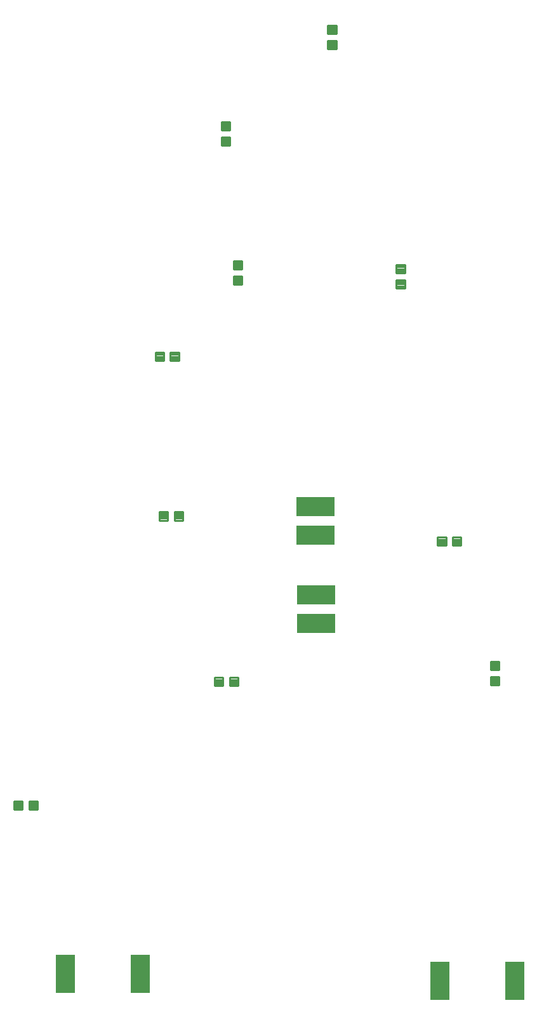
<source format=gbr>
G04 EAGLE Gerber RS-274X export*
G75*
%MOMM*%
%FSLAX34Y34*%
%LPD*%
%INSolderpaste Bottom*%
%IPPOS*%
%AMOC8*
5,1,8,0,0,1.08239X$1,22.5*%
G01*
%ADD10R,2.540000X5.080000*%
%ADD11R,5.080000X2.540000*%
%ADD12C,0.280000*%


D10*
X624530Y36210D03*
X724530Y36210D03*
X224530Y45410D03*
X124530Y45410D03*
D11*
X458460Y630330D03*
X458460Y668430D03*
X459730Y512690D03*
X459730Y550790D03*
D12*
X335100Y429600D02*
X323900Y429600D01*
X323900Y440800D01*
X335100Y440800D01*
X335100Y429600D01*
X335100Y432260D02*
X323900Y432260D01*
X323900Y434920D02*
X335100Y434920D01*
X335100Y437580D02*
X323900Y437580D01*
X323900Y440240D02*
X335100Y440240D01*
X344090Y429600D02*
X355290Y429600D01*
X344090Y429600D02*
X344090Y440800D01*
X355290Y440800D01*
X355290Y429600D01*
X355290Y432260D02*
X344090Y432260D01*
X344090Y434920D02*
X355290Y434920D01*
X355290Y437580D02*
X344090Y437580D01*
X344090Y440240D02*
X355290Y440240D01*
X256000Y863200D02*
X244800Y863200D01*
X244800Y874400D01*
X256000Y874400D01*
X256000Y863200D01*
X256000Y865860D02*
X244800Y865860D01*
X244800Y868520D02*
X256000Y868520D01*
X256000Y871180D02*
X244800Y871180D01*
X244800Y873840D02*
X256000Y873840D01*
X264990Y863200D02*
X276190Y863200D01*
X264990Y863200D02*
X264990Y874400D01*
X276190Y874400D01*
X276190Y863200D01*
X276190Y865860D02*
X264990Y865860D01*
X264990Y868520D02*
X276190Y868520D01*
X276190Y871180D02*
X264990Y871180D01*
X264990Y873840D02*
X276190Y873840D01*
X261300Y650000D02*
X250100Y650000D01*
X250100Y661200D01*
X261300Y661200D01*
X261300Y650000D01*
X261300Y652660D02*
X250100Y652660D01*
X250100Y655320D02*
X261300Y655320D01*
X261300Y657980D02*
X250100Y657980D01*
X250100Y660640D02*
X261300Y660640D01*
X270290Y650000D02*
X281490Y650000D01*
X270290Y650000D02*
X270290Y661200D01*
X281490Y661200D01*
X281490Y650000D01*
X281490Y652660D02*
X270290Y652660D01*
X270290Y655320D02*
X281490Y655320D01*
X281490Y657980D02*
X270290Y657980D01*
X270290Y660640D02*
X281490Y660640D01*
X349300Y984600D02*
X349300Y995800D01*
X360500Y995800D01*
X360500Y984600D01*
X349300Y984600D01*
X349300Y987260D02*
X360500Y987260D01*
X360500Y989920D02*
X349300Y989920D01*
X349300Y992580D02*
X360500Y992580D01*
X360500Y995240D02*
X349300Y995240D01*
X349300Y975610D02*
X349300Y964410D01*
X349300Y975610D02*
X360500Y975610D01*
X360500Y964410D01*
X349300Y964410D01*
X349300Y967070D02*
X360500Y967070D01*
X360500Y969730D02*
X349300Y969730D01*
X349300Y972390D02*
X360500Y972390D01*
X360500Y975050D02*
X349300Y975050D01*
X641600Y627900D02*
X652800Y627900D01*
X652800Y616700D01*
X641600Y616700D01*
X641600Y627900D01*
X641600Y619360D02*
X652800Y619360D01*
X652800Y622020D02*
X641600Y622020D01*
X641600Y624680D02*
X652800Y624680D01*
X652800Y627340D02*
X641600Y627340D01*
X632610Y627900D02*
X621410Y627900D01*
X632610Y627900D02*
X632610Y616700D01*
X621410Y616700D01*
X621410Y627900D01*
X621410Y619360D02*
X632610Y619360D01*
X632610Y622020D02*
X621410Y622020D01*
X621410Y624680D02*
X632610Y624680D01*
X632610Y627340D02*
X621410Y627340D01*
X486200Y1278600D02*
X486200Y1289800D01*
X486200Y1278600D02*
X475000Y1278600D01*
X475000Y1289800D01*
X486200Y1289800D01*
X486200Y1281260D02*
X475000Y1281260D01*
X475000Y1283920D02*
X486200Y1283920D01*
X486200Y1286580D02*
X475000Y1286580D01*
X475000Y1289240D02*
X486200Y1289240D01*
X486200Y1298790D02*
X486200Y1309990D01*
X486200Y1298790D02*
X475000Y1298790D01*
X475000Y1309990D01*
X486200Y1309990D01*
X486200Y1301450D02*
X475000Y1301450D01*
X475000Y1304110D02*
X486200Y1304110D01*
X486200Y1306770D02*
X475000Y1306770D01*
X475000Y1309430D02*
X486200Y1309430D01*
X333100Y1181400D02*
X333100Y1170200D01*
X333100Y1181400D02*
X344300Y1181400D01*
X344300Y1170200D01*
X333100Y1170200D01*
X333100Y1172860D02*
X344300Y1172860D01*
X344300Y1175520D02*
X333100Y1175520D01*
X333100Y1178180D02*
X344300Y1178180D01*
X344300Y1180840D02*
X333100Y1180840D01*
X333100Y1161210D02*
X333100Y1150010D01*
X333100Y1161210D02*
X344300Y1161210D01*
X344300Y1150010D01*
X333100Y1150010D01*
X333100Y1152670D02*
X344300Y1152670D01*
X344300Y1155330D02*
X333100Y1155330D01*
X333100Y1157990D02*
X344300Y1157990D01*
X344300Y1160650D02*
X333100Y1160650D01*
X703000Y441500D02*
X703000Y430300D01*
X691800Y430300D01*
X691800Y441500D01*
X703000Y441500D01*
X703000Y432960D02*
X691800Y432960D01*
X691800Y435620D02*
X703000Y435620D01*
X703000Y438280D02*
X691800Y438280D01*
X691800Y440940D02*
X703000Y440940D01*
X703000Y450490D02*
X703000Y461690D01*
X703000Y450490D02*
X691800Y450490D01*
X691800Y461690D01*
X703000Y461690D01*
X703000Y453150D02*
X691800Y453150D01*
X691800Y455810D02*
X703000Y455810D01*
X703000Y458470D02*
X691800Y458470D01*
X691800Y461130D02*
X703000Y461130D01*
X67400Y264200D02*
X56200Y264200D01*
X56200Y275400D01*
X67400Y275400D01*
X67400Y264200D01*
X67400Y266860D02*
X56200Y266860D01*
X56200Y269520D02*
X67400Y269520D01*
X67400Y272180D02*
X56200Y272180D01*
X56200Y274840D02*
X67400Y274840D01*
X76390Y264200D02*
X87590Y264200D01*
X76390Y264200D02*
X76390Y275400D01*
X87590Y275400D01*
X87590Y264200D01*
X87590Y266860D02*
X76390Y266860D01*
X76390Y269520D02*
X87590Y269520D01*
X87590Y272180D02*
X76390Y272180D01*
X76390Y274840D02*
X87590Y274840D01*
X577500Y959800D02*
X577500Y971000D01*
X577500Y959800D02*
X566300Y959800D01*
X566300Y971000D01*
X577500Y971000D01*
X577500Y962460D02*
X566300Y962460D01*
X566300Y965120D02*
X577500Y965120D01*
X577500Y967780D02*
X566300Y967780D01*
X566300Y970440D02*
X577500Y970440D01*
X577500Y979990D02*
X577500Y991190D01*
X577500Y979990D02*
X566300Y979990D01*
X566300Y991190D01*
X577500Y991190D01*
X577500Y982650D02*
X566300Y982650D01*
X566300Y985310D02*
X577500Y985310D01*
X577500Y987970D02*
X566300Y987970D01*
X566300Y990630D02*
X577500Y990630D01*
M02*

</source>
